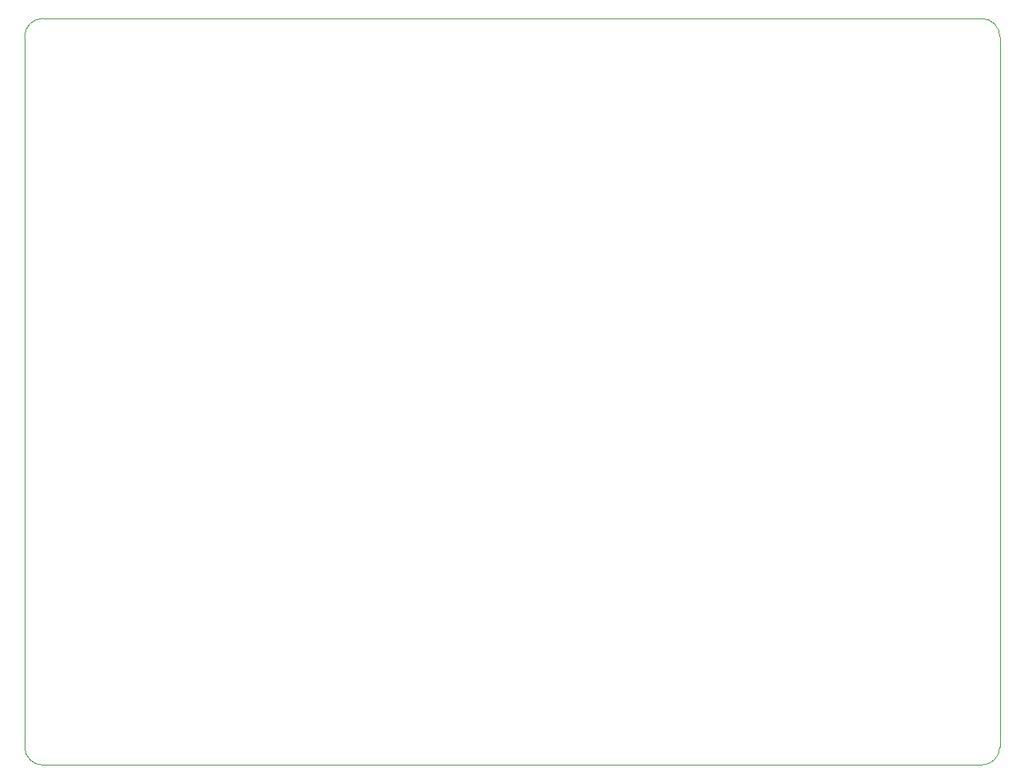
<source format=gbr>
%TF.GenerationSoftware,KiCad,Pcbnew,9.0.2*%
%TF.CreationDate,2025-07-17T12:33:06-04:00*%
%TF.ProjectId,Mirror+QC_Control,4d697272-6f72-42b5-9143-5f436f6e7472,rev?*%
%TF.SameCoordinates,Original*%
%TF.FileFunction,Profile,NP*%
%FSLAX46Y46*%
G04 Gerber Fmt 4.6, Leading zero omitted, Abs format (unit mm)*
G04 Created by KiCad (PCBNEW 9.0.2) date 2025-07-17 12:33:06*
%MOMM*%
%LPD*%
G01*
G04 APERTURE LIST*
%TA.AperFunction,Profile*%
%ADD10C,0.050000*%
%TD*%
G04 APERTURE END LIST*
D10*
X145500000Y-24500000D02*
X42500000Y-24500000D01*
X147500000Y-104500000D02*
X147500000Y-26500000D01*
X42500000Y-106500000D02*
X145500000Y-106500000D01*
X40500000Y-26500000D02*
X40500000Y-104500000D01*
X145500000Y-24500000D02*
G75*
G02*
X147500000Y-26500000I1J-1999999D01*
G01*
X147500000Y-104500000D02*
G75*
G02*
X145500000Y-106500000I-1999999J-1D01*
G01*
X42500000Y-106500000D02*
G75*
G02*
X40500000Y-104500000I-1J1999999D01*
G01*
X40500000Y-26500000D02*
G75*
G02*
X42500000Y-24500000I2000000J0D01*
G01*
M02*

</source>
